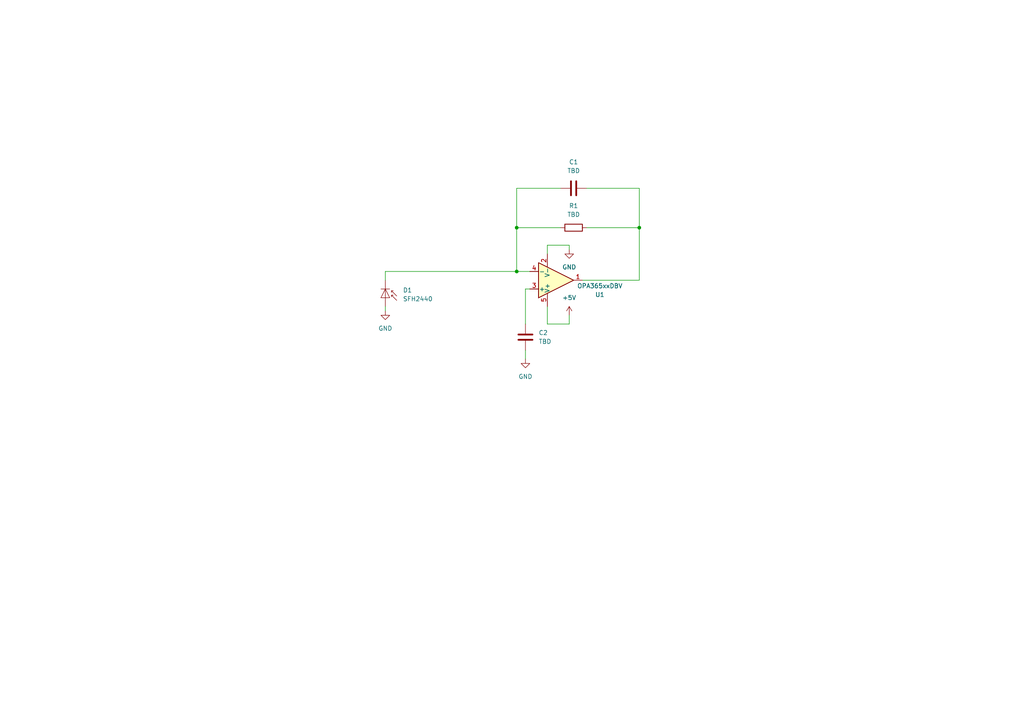
<source format=kicad_sch>
(kicad_sch (version 20230121) (generator eeschema)
  (paper "A4")
  (lib_symbols
    (symbol "Amplifier_Operational:OPA365xxDBV" (pin_names (offset 0.127))
      (property "Reference" "U" (at -1.27 6.35 0))
      (property "Value" "OPA365xxDBV" (at -1.27 3.81 0))
      (symbol "OPA365xxDBV_0_1"
        (polyline (pts (xy -5.08 5.08) (xy 5.08 0) (xy -5.08 -5.08) (xy -5.08 5.08)) (stroke (width 0.254)) (fill (type background)))
        (pin power_in line (at -2.54 -7.62 90) (length 3.81) (name "V-") (number "2"))
        (pin power_in line (at -2.54 7.62 270) (length 3.81) (name "V+") (number "5"))
      )
      (symbol "OPA365xxDBV_1_1"
        (pin output line (at 7.62 0 180) (length 2.54) (name "~") (number "1"))
        (pin input line (at -7.62 2.54 0) (length 2.54) (name "+") (number "3"))
        (pin input line (at -7.62 -2.54 0) (length 2.54) (name "-") (number "4"))
      )
    )
    (symbol "Device:C" (pin_numbers hide) (pin_names (offset 0.254))
      (property "Reference" "C" (at 0.635 2.54 0))
      (property "Value" "C" (at 0.635 -2.54 0))
      (symbol "C_0_1"
        (polyline (pts (xy -2.032 -0.762) (xy 2.032 -0.762)) (stroke (width 0.508)))
        (polyline (pts (xy -2.032 0.762) (xy 2.032 0.762)) (stroke (width 0.508)))
      )
      (symbol "C_1_1"
        (pin passive line (at 0 3.81 270) (length 2.794) (name "~") (number "1"))
        (pin passive line (at 0 -3.81 90) (length 2.794) (name "~") (number "2"))
      )
    )
    (symbol "Device:R" (pin_numbers hide) (pin_names (offset 0))
      (property "Reference" "R" (at 2.032 0 90))
      (property "Value" "R" (at 0 0 90))
      (symbol "R_0_1"
        (rectangle (start -1.016 -2.54) (end 1.016 2.54) (stroke (width 0.254)))
      )
      (symbol "R_1_1"
        (pin passive line (at 0 3.81 270) (length 1.27) (name "~") (number "1"))
        (pin passive line (at 0 -3.81 90) (length 1.27) (name "~") (number "2"))
      )
    )
    (symbol "Sensor_Optical:SFH2440" (pin_numbers hide) (pin_names (offset 1.016) hide)
      (property "Reference" "D" (at 0.508 1.778 0))
      (property "Value" "SFH2440" (at -1.016 -2.794 0))
      (symbol "SFH2440_0_1"
        (polyline (pts (xy -2.54 1.27) (xy -2.54 -1.27)) (stroke (width 0.1524)))
        (polyline (pts (xy -2.032 1.778) (xy -1.524 1.778)))
        (polyline (pts (xy 0 -1.27) (xy 0 1.27)))
        (polyline (pts (xy 0 0) (xy -2.54 0)))
        (polyline (pts (xy -0.508 3.302) (xy -2.032 1.778) (xy -2.032 2.286)))
        (polyline (pts (xy 0 1.27) (xy -2.54 0) (xy 0 -1.27)))
        (polyline (pts (xy 0.762 3.302) (xy -0.762 1.778) (xy -0.762 2.286) (xy -0.762 1.778) (xy -0.254 1.778)))
      )
      (symbol "SFH2440_1_1"
        (pin passive line (at -5.08 0 0) (length 2.54) (name "K") (number "1"))
        (pin passive line (at 2.54 0 180) (length 2.54) (name "A") (number "2"))
      )
    )
    (symbol "power:+5V" (power) (pin_names (offset 0))
      (property "Value" "+5V" (at 0 3.556 0))
      (symbol "+5V_0_1"
        (polyline (pts (xy -0.762 1.27) (xy 0 2.54)))
        (polyline (pts (xy 0 0) (xy 0 2.54)))
        (polyline (pts (xy 0 2.54) (xy 0.762 1.27)))
      )
      (symbol "+5V_1_1"
        (pin power_in line (at 0 0 90) (length 0) hide (name "+5V") (number "1"))
      )
    )
    (symbol "power:GND" (power) (pin_names (offset 0))
      (property "Value" "GND" (at 0 -3.81 0))
      (symbol "GND_0_1"
        (polyline (pts (xy 0 0) (xy 0 -1.27) (xy 1.27 -1.27) (xy 0 -2.54) (xy -1.27 -1.27) (xy 0 -1.27)))
      )
      (symbol "GND_1_1"
        (pin power_in line (at 0 0 270) (length 0) hide (name "GND") (number "1"))
      )
    )
  )
  (junction (at 149.86 66.04))
  (junction (at 185.42 66.04))
  (junction (at 149.86 78.74))
  (wire (pts (xy 162.56 66.04) (xy 149.86 66.04)))
  (wire (pts (xy 149.86 66.04) (xy 149.86 78.74)))
  (wire (pts (xy 158.75 71.12) (xy 165.1 71.12)))
  (wire (pts (xy 111.76 78.74) (xy 111.76 81.28)))
  (wire (pts (xy 185.42 66.04) (xy 185.42 81.28)))
  (wire (pts (xy 162.56 54.61) (xy 149.86 54.61)))
  (wire (pts (xy 111.76 90.17) (xy 111.76 88.9)))
  (wire (pts (xy 153.67 83.82) (xy 152.4 83.82)))
  (wire (pts (xy 152.4 104.14) (xy 152.4 101.6)))
  (wire (pts (xy 170.18 54.61) (xy 185.42 54.61)))
  (wire (pts (xy 158.75 88.9) (xy 158.75 93.98)))
  (wire (pts (xy 185.42 81.28) (xy 168.91 81.28)))
  (wire (pts (xy 165.1 93.98) (xy 165.1 91.44)))
  (wire (pts (xy 170.18 66.04) (xy 185.42 66.04)))
  (wire (pts (xy 158.75 73.66) (xy 158.75 71.12)))
  (wire (pts (xy 111.76 78.74) (xy 149.86 78.74)))
  (wire (pts (xy 185.42 54.61) (xy 185.42 66.04)))
  (wire (pts (xy 152.4 83.82) (xy 152.4 93.98)))
  (wire (pts (xy 149.86 54.61) (xy 149.86 66.04)))
  (wire (pts (xy 158.75 93.98) (xy 165.1 93.98)))
  (wire (pts (xy 149.86 78.74) (xy 153.67 78.74)))
  (wire (pts (xy 165.1 71.12) (xy 165.1 72.39)))
  (symbol (lib_id "Amplifier_Operational:OPA365xxDBV") (at 161.29 81.28 0) (mirror x) (unit 1)
    (property "Reference" "U1" (at 173.99 85.4709 0))
    (property "Value" "OPA365xxDBV" (at 173.99 82.9309 0))
    (property "Footprint" "Package_TO_SOT_SMD:SOT-23-5" (effects hide))
    (property "Datasheet" "https://www.ti.com/lit/ds/symlink/opa365.pdf" (effects hide))
  )
  (symbol (lib_id "power:GND") (at 152.4 104.14 0) (unit 1)
    (property "Reference" "#PWR04" (effects hide))
    (property "Value" "GND" (at 152.4 109.22 0))
  )
  (symbol (lib_id "Sensor_Optical:SFH2440") (at 111.76 86.36 270) (unit 1)
    (property "Reference" "D1" (at 116.84 84.1629 90) (effects (justify left)))
    (property "Value" "SFH2440" (at 116.84 86.7029 90) (effects (justify left)))
    (property "Footprint" "OptoDevice:Osram_SFH2440" (effects hide))
    (property "Datasheet" "https://dammedia.osram.info/media/resource/hires/osram-dam-5467146/SFH%202440_EN.pdf" (effects hide))
  )
  (symbol (lib_id "Device:C") (at 166.37 54.61 90) (unit 1)
    (property "Reference" "C1" (at 166.37 46.99 90))
    (property "Value" "TBD" (at 166.37 49.53 90))
    (property "Footprint" "Capacitor_SMD:C_0603_1608Metric" (effects hide))
  )
  (symbol (lib_id "Device:R") (at 166.37 66.04 90) (unit 1)
    (property "Reference" "R1" (at 166.37 59.69 90))
    (property "Value" "TBD" (at 166.37 62.23 90))
    (property "Footprint" "Resistor_SMD:R_0603_1608Metric" (effects hide))
  )
  (symbol (lib_id "power:+5V") (at 165.1 91.44 0) (unit 1)
    (property "Reference" "#PWR03" (effects hide))
    (property "Value" "+5V" (at 165.1 86.36 0))
  )
  (symbol (lib_id "power:GND") (at 111.76 90.17 0) (unit 1)
    (property "Reference" "#PWR01" (effects hide))
    (property "Value" "GND" (at 111.76 95.25 0))
  )
  (symbol (lib_id "Device:C") (at 152.4 97.79 0) (unit 1)
    (property "Reference" "C2" (at 156.21 96.52 0) (effects (justify left)))
    (property "Value" "TBD" (at 156.21 99.06 0) (effects (justify left)))
    (property "Footprint" "Capacitor_SMD:C_0603_1608Metric" (effects hide))
  )
  (symbol (lib_id "power:GND") (at 165.1 72.39 0) (unit 1)
    (property "Reference" "#PWR02" (effects hide))
    (property "Value" "GND" (at 165.1 77.47 0))
  )
)
</source>
